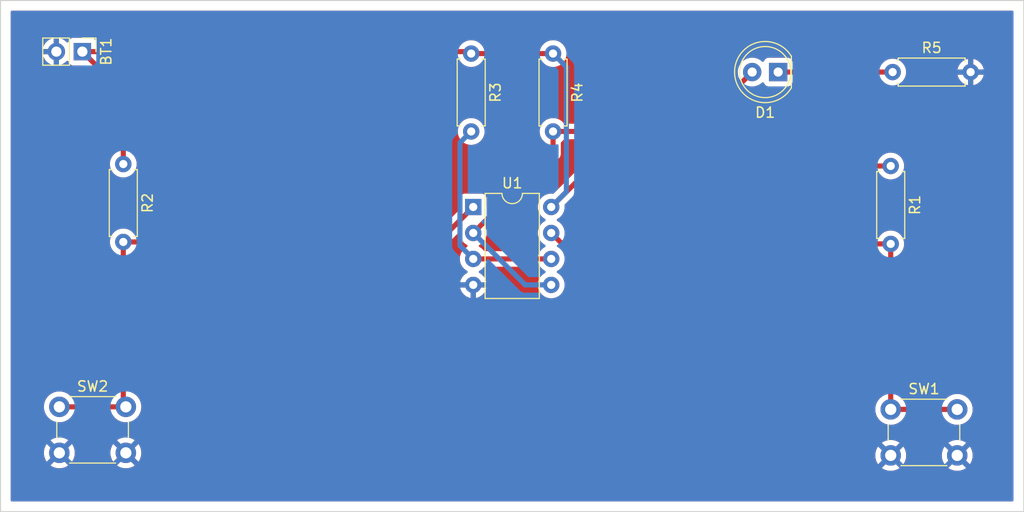
<source format=kicad_pcb>
(kicad_pcb (version 20211014) (generator pcbnew)
  (layers (0 "F.Cu" signal) (31 "B.Cu" signal) (34 "B.Paste" user) (35 "F.Paste" user) (36 "B.SilkS" user "B.Silkscreen") (37 "F.SilkS" user "F.Silkscreen") (38 "B.Mask" user) (39 "F.Mask" user) (44 "Edge.Cuts" user))
  (net 0 "")
  (net 1 "+9V")
  (net 2 "GND")
  (net 3 "Net-(D1-Pad1)")
  (net 4 "Net-(D1-Pad2)")
  (net 5 "/On_Button")
  (net 6 "/Off_Button")
  (net 7 "Net-(R3-Pad2)")
  (footprint "Resistor_THT:R_Axial_DIN0207_L6.3mm_D2.5mm_P7.62mm_Horizontal" (layer "F.Cu") (at 101 30.19 -90)
    (fp_text reference "R1" (at 3.81 -2.37 90) (layer "F.SilkS"))
    (fp_text value "10K")
    (fp_line (start 0.54 -1.04) (end 0.54 -1.37) (layer "F.SilkS") (width 0.12))
    (fp_line (start 7.08 -1.37) (end 7.08 -1.04) (layer "F.SilkS") (width 0.12))
    (fp_line (start 0.54 -1.37) (end 7.08 -1.37) (layer "F.SilkS") (width 0.12))
    (fp_line (start 0.54 1.37) (end 7.08 1.37) (layer "F.SilkS") (width 0.12))
    (fp_line (start 7.08 1.37) (end 7.08 1.04) (layer "F.SilkS") (width 0.12))
    (fp_line (start 0.54 1.04) (end 0.54 1.37) (layer "F.SilkS") (width 0.12))
    (pad "1" thru_hole circle locked (at 0 0 270) (size 1.6 1.6) (drill 0.8) (layers *.Cu *.Mask) (net 1 "+9V"))
    (pad "2" thru_hole oval locked (at 7.62 0 270) (size 1.6 1.6) (drill 0.8) (layers *.Cu *.Mask) (net 5 "/On_Button"))
  )
  (footprint "Resistor_THT:R_Axial_DIN0207_L6.3mm_D2.5mm_P7.62mm_Horizontal" (layer "F.Cu") (at 60 19.19 -90)
    (fp_text reference "R3" (at 3.81 -2.37 90) (layer "F.SilkS"))
    (fp_text value "5K")
    (fp_line (start 7.08 -1.37) (end 7.08 -1.04) (layer "F.SilkS") (width 0.12))
    (fp_line (start 0.54 1.04) (end 0.54 1.37) (layer "F.SilkS") (width 0.12))
    (fp_line (start 0.54 1.37) (end 7.08 1.37) (layer "F.SilkS") (width 0.12))
    (fp_line (start 7.08 1.37) (end 7.08 1.04) (layer "F.SilkS") (width 0.12))
    (fp_line (start 0.54 -1.04) (end 0.54 -1.37) (layer "F.SilkS") (width 0.12))
    (fp_line (start 0.54 -1.37) (end 7.08 -1.37) (layer "F.SilkS") (width 0.12))
    (pad "1" thru_hole circle locked (at 0 0 270) (size 1.6 1.6) (drill 0.8) (layers *.Cu *.Mask) (net 1 "+9V"))
    (pad "2" thru_hole oval locked (at 7.62 0 270) (size 1.6 1.6) (drill 0.8) (layers *.Cu *.Mask) (net 7 "Net-(R3-Pad2)"))
  )
  (footprint "switch_footprints:SW_PUSH_6mm" (layer "F.Cu") (at 101 54)
    (fp_text reference "SW1" (at 3.25 -2) (layer "F.SilkS"))
    (fp_text value "ON")
    (fp_line (start 6.75 3) (end 6.75 1.5) (layer "F.SilkS") (width 0.12))
    (fp_line (start 1 5.5) (end 5.5 5.5) (layer "F.SilkS") (width 0.12))
    (fp_line (start -0.25 1.5) (end -0.25 3) (layer "F.SilkS") (width 0.12))
    (fp_line (start 5.5 -1) (end 1 -1) (layer "F.SilkS") (width 0.12))
    (pad "1" thru_hole circle (at 0 0 90) (size 2 2) (drill 1.1) (layers *.Cu *.Mask) (net 5 "/On_Button"))
    (pad "2" thru_hole circle (at 6.5 0 90) (size 2 2) (drill 1.1) (layers *.Cu *.Mask) (net 5 "/On_Button"))
    (pad "3" thru_hole circle (at 0 4.5 90) (size 2 2) (drill 1.1) (layers *.Cu *.Mask) (net 2 "GND"))
    (pad "4" thru_hole circle (at 6.5 4.5 90) (size 2 2) (drill 1.1) (layers *.Cu *.Mask) (net 2 "GND"))
  )
  (footprint "switch_footprints:SW_PUSH_6mm" (layer "F.Cu") (at 19.75 53.75)
    (fp_text reference "SW2" (at 3.25 -2) (layer "F.SilkS"))
    (fp_text value "OFF")
    (fp_line (start -0.25 1.5) (end -0.25 3) (layer "F.SilkS") (width 0.12))
    (fp_line (start 5.5 -1) (end 1 -1) (layer "F.SilkS") (width 0.12))
    (fp_line (start 6.75 3) (end 6.75 1.5) (layer "F.SilkS") (width 0.12))
    (fp_line (start 1 5.5) (end 5.5 5.5) (layer "F.SilkS") (width 0.12))
    (pad "1" thru_hole circle (at 0 0 90) (size 2 2) (drill 1.1) (layers *.Cu *.Mask) (net 6 "/Off_Button"))
    (pad "2" thru_hole circle (at 6.5 0 90) (size 2 2) (drill 1.1) (layers *.Cu *.Mask) (net 6 "/Off_Button"))
    (pad "3" thru_hole circle (at 0 4.5 90) (size 2 2) (drill 1.1) (layers *.Cu *.Mask) (net 2 "GND"))
    (pad "4" thru_hole circle (at 6.5 4.5 90) (size 2 2) (drill 1.1) (layers *.Cu *.Mask) (net 2 "GND"))
  )
  (footprint "LED_THT:LED_D5.0mm" (layer "F.Cu") (at 90 21 180)
    (fp_text reference "D1" (at 1.27 -3.96) (layer "F.SilkS"))
    (fp_text value "LED")
    (fp_line (start -1.29 -1.545) (end -1.29 1.545) (layer "F.SilkS") (width 0.12))
    (fp_arc (start 4.26 -0.000462) (mid 2.072002 2.880433) (end -1.29 1.54483) (layer "F.SilkS") (width 0.12))
    (fp_arc (start -1.29 -1.54483) (mid 2.072002 -2.880433) (end 4.26 0.000462) (layer "F.SilkS") (width 0.12))
    (fp_circle (center 1.27 0) (end 3.77 0) (layer "F.SilkS") (width 0.12) (fill none))
    (pad "1" thru_hole rect locked (at 0 0 180) (size 1.8 1.8) (drill 0.9) (layers *.Cu *.Mask) (net 3 "Net-(D1-Pad1)"))
    (pad "2" thru_hole circle locked (at 2.54 0 180) (size 1.8 1.8) (drill 0.9) (layers *.Cu *.Mask) (net 4 "Net-(D1-Pad2)"))
  )
  (footprint "Resistor_THT:R_Axial_DIN0207_L6.3mm_D2.5mm_P7.62mm_Horizontal" (layer "F.Cu") (at 101.19 21)
    (fp_text reference "R5" (at 3.81 -2.37) (layer "F.SilkS"))
    (fp_text value "1K")
    (fp_line (start 0.54 1.37) (end 7.08 1.37) (layer "F.SilkS") (width 0.12))
    (fp_line (start 7.08 1.37) (end 7.08 1.04) (layer "F.SilkS") (width 0.12))
    (fp_line (start 0.54 -1.04) (end 0.54 -1.37) (layer "F.SilkS") (width 0.12))
    (fp_line (start 0.54 -1.37) (end 7.08 -1.37) (layer "F.SilkS") (width 0.12))
    (fp_line (start 7.08 -1.37) (end 7.08 -1.04) (layer "F.SilkS") (width 0.12))
    (fp_line (start 0.54 1.04) (end 0.54 1.37) (layer "F.SilkS") (width 0.12))
    (pad "1" thru_hole circle locked (at 0 0) (size 1.6 1.6) (drill 0.8) (layers *.Cu *.Mask) (net 3 "Net-(D1-Pad1)"))
    (pad "2" thru_hole oval locked (at 7.62 0) (size 1.6 1.6) (drill 0.8) (layers *.Cu *.Mask) (net 2 "GND"))
  )
  (footprint "Resistor_THT:R_Axial_DIN0207_L6.3mm_D2.5mm_P7.62mm_Horizontal" (layer "F.Cu") (at 26 30 -90)
    (fp_text reference "R2" (at 3.81 -2.37 90) (layer "F.SilkS"))
    (fp_text value "10K")
    (fp_line (start 0.54 1.04) (end 0.54 1.37) (layer "F.SilkS") (width 0.12))
    (fp_line (start 0.54 -1.04) (end 0.54 -1.37) (layer "F.SilkS") (width 0.12))
    (fp_line (start 0.54 -1.37) (end 7.08 -1.37) (layer "F.SilkS") (width 0.12))
    (fp_line (start 7.08 -1.37) (end 7.08 -1.04) (layer "F.SilkS") (width 0.12))
    (fp_line (start 7.08 1.37) (end 7.08 1.04) (layer "F.SilkS") (width 0.12))
    (fp_line (start 0.54 1.37) (end 7.08 1.37) (layer "F.SilkS") (width 0.12))
    (pad "1" thru_hole circle locked (at 0 0 270) (size 1.6 1.6) (drill 0.8) (layers *.Cu *.Mask) (net 1 "+9V"))
    (pad "2" thru_hole oval locked (at 7.62 0 270) (size 1.6 1.6) (drill 0.8) (layers *.Cu *.Mask) (net 6 "/Off_Button"))
  )
  (footprint "Package_DIP:DIP-8_W7.62mm" (layer "F.Cu") (at 60.2 34.2)
    (fp_text reference "U1" (at 3.81 -2.33) (layer "F.SilkS"))
    (fp_text value "CD40107BE")
    (fp_line (start 1.16 8.95) (end 6.46 8.95) (layer "F.SilkS") (width 0.12))
    (fp_line (start 2.81 -1.33) (end 1.16 -1.33) (layer "F.SilkS") (width 0.12))
    (fp_line (start 1.16 -1.33) (end 1.16 8.95) (layer "F.SilkS") (width 0.12))
    (fp_line (start 6.46 -1.33) (end 4.81 -1.33) (layer "F.SilkS") (width 0.12))
    (fp_line (start 6.46 8.95) (end 6.46 -1.33) (layer "F.SilkS") (width 0.12))
    (fp_arc (start 4.81 -1.33) (mid 3.81 -0.33) (end 2.81 -1.33) (layer "F.SilkS") (width 0.12))
    (pad "1" thru_hole rect locked (at 0 0) (size 1.6 1.6) (drill 0.8) (layers *.Cu *.Mask) (net 6 "/Off_Button"))
    (pad "2" thru_hole oval locked (at 0 2.54) (size 1.6 1.6) (drill 0.8) (layers *.Cu *.Mask) (net 4 "Net-(D1-Pad2)"))
    (pad "3" thru_hole oval locked (at 0 5.08) (size 1.6 1.6) (drill 0.8) (layers *.Cu *.Mask) (net 7 "Net-(R3-Pad2)"))
    (pad "4" thru_hole oval locked (at 0 7.62) (size 1.6 1.6) (drill 0.8) (layers *.Cu *.Mask) (net 2 "GND"))
    (pad "5" thru_hole oval locked (at 7.62 7.62) (size 1.6 1.6) (drill 0.8) (layers *.Cu *.Mask) (net 4 "Net-(D1-Pad2)"))
    (pad "6" thru_hole oval locked (at 7.62 5.08) (size 1.6 1.6) (drill 0.8) (layers *.Cu *.Mask) (net 7 "Net-(R3-Pad2)"))
    (pad "7" thru_hole oval locked (at 7.62 2.54) (size 1.6 1.6) (drill 0.8) (layers *.Cu *.Mask) (net 5 "/On_Button"))
    (pad "8" thru_hole oval locked (at 7.62 0) (size 1.6 1.6) (drill 0.8) (layers *.Cu *.Mask) (net 1 "+9V"))
  )
  (footprint "Connector_PinHeader_2.54mm:PinHeader_1x02_P2.54mm_Vertical" (layer "F.Cu") (at 22 19 -90)
    (fp_text reference "BT1" (at 0 -2.33 90) (layer "F.SilkS"))
    (fp_text value "Battery")
    (fp_line (start 1.33 1.27) (end 1.33 3.87) (layer "F.SilkS") (width 0.12))
    (fp_line (start -1.33 1.27) (end 1.33 1.27) (layer "F.SilkS") (width 0.12))
    (fp_line (start -1.33 0) (end -1.33 -1.33) (layer "F.SilkS") (width 0.12))
    (fp_line (start -1.33 1.27) (end -1.33 3.87) (layer "F.SilkS") (width 0.12))
    (fp_line (start -1.33 -1.33) (end 0 -1.33) (layer "F.SilkS") (width 0.12))
    (fp_line (start -1.33 3.87) (end 1.33 3.87) (layer "F.SilkS") (width 0.12))
    (pad "1" thru_hole rect locked (at 0 0 270) (size 1.7 1.7) (drill 1) (layers *.Cu *.Mask) (net 1 "+9V"))
    (pad "2" thru_hole oval locked (at 0 2.54 270) (size 1.7 1.7) (drill 1) (layers *.Cu *.Mask) (net 2 "GND"))
  )
  (footprint "Resistor_THT:R_Axial_DIN0207_L6.3mm_D2.5mm_P7.62mm_Horizontal" (layer "F.Cu") (at 68 19.19 -90)
    (fp_text reference "R4" (at 3.81 -2.37 90) (layer "F.SilkS"))
    (fp_text value "5K")
    (fp_line (start 0.54 -1.04) (end 0.54 -1.37) (layer "F.SilkS") (width 0.12))
    (fp_line (start 0.54 -1.37) (end 7.08 -1.37) (layer "F.SilkS") (width 0.12))
    (fp_line (start 7.08 1.37) (end 7.08 1.04) (layer "F.SilkS") (width 0.12))
    (fp_line (start 7.08 -1.37) (end 7.08 -1.04) (layer "F.SilkS") (width 0.12))
    (fp_line (start 0.54 1.04) (end 0.54 1.37) (layer "F.SilkS") (width 0.12))
    (fp_line (start 0.54 1.37) (end 7.08 1.37) (layer "F.SilkS") (width 0.12))
    (pad "1" thru_hole circle locked (at 0 0 270) (size 1.6 1.6) (drill 0.8) (layers *.Cu *.Mask) (net 1 "+9V"))
    (pad "2" thru_hole oval locked (at 7.62 0 270) (size 1.6 1.6) (drill 0.8) (layers *.Cu *.Mask) (net 4 "Net-(D1-Pad2)"))
  )
  (gr_rect (start 14 14) (end 114 64) (layer "Edge.Cuts") (width 0.1) (fill none))
  (segment (start 26 30) (end 26 23) (width 0.5) (layer "F.Cu") (net 1))
  (segment (start 59.81 19) (end 60 19.19) (width 0.5) (layer "F.Cu") (net 1))
  (segment (start 71.83 30.19) (end 67.82 34.2) (width 0.5) (layer "F.Cu") (net 1))
  (segment (start 101 30.19) (end 71.83 30.19) (width 0.5) (layer "F.Cu") (net 1))
  (segment (start 22 19) (end 59.81 19) (width 0.5) (layer "F.Cu") (net 1))
  (segment (start 26 23) (end 22 19) (width 0.5) (layer "F.Cu") (net 1))
  (segment (start 60 19.19) (end 68 19.19) (width 0.5) (layer "F.Cu") (net 1))
  (segment (start 69.299511 20.489511) (end 69.299511 32.720489) (width 0.5) (layer "B.Cu") (net 1))
  (segment (start 69.299511 32.720489) (end 67.82 34.2) (width 0.5) (layer "B.Cu") (net 1))
  (segment (start 68 19.19) (end 69.299511 20.489511) (width 0.5) (layer "B.Cu") (net 1))
  (segment (start 90 21) (end 101.19 21) (width 0.5) (layer "F.Cu") (net 3))
  (segment (start 68 26.81) (end 81.65 26.81) (width 0.5) (layer "F.Cu") (net 4))
  (segment (start 68 28.94) (end 60.2 36.74) (width 0.5) (layer "F.Cu") (net 4))
  (segment (start 68 26.81) (end 68 28.94) (width 0.5) (layer "F.Cu") (net 4))
  (segment (start 81.65 26.81) (end 87.46 21) (width 0.5) (layer "F.Cu") (net 4))
  (segment (start 67.82 41.82) (end 65.28 41.82) (width 0.5) (layer "B.Cu") (net 4))
  (segment (start 65.28 41.82) (end 60.2 36.74) (width 0.5) (layer "B.Cu") (net 4))
  (segment (start 101 37.81) (end 68.89 37.81) (width 0.5) (layer "F.Cu") (net 5))
  (segment (start 101 54) (end 107.5 54) (width 0.5) (layer "F.Cu") (net 5))
  (segment (start 101 37.81) (end 101 54) (width 0.5) (layer "F.Cu") (net 5))
  (segment (start 68.89 37.81) (end 67.82 36.74) (width 0.5) (layer "F.Cu") (net 5))
  (segment (start 56.78 37.62) (end 60.2 34.2) (width 0.5) (layer "F.Cu") (net 6))
  (segment (start 26.25 53.75) (end 19.75 53.75) (width 0.5) (layer "F.Cu") (net 6))
  (segment (start 26 53.5) (end 26.25 53.75) (width 0.5) (layer "F.Cu") (net 6))
  (segment (start 26 37.62) (end 56.78 37.62) (width 0.5) (layer "F.Cu") (net 6))
  (segment (start 26 37.62) (end 26 53.5) (width 0.5) (layer "F.Cu") (net 6))
  (segment (start 67.82 39.28) (end 60.2 39.28) (width 0.5) (layer "F.Cu") (net 7))
  (segment (start 60.2 39.28) (end 58.900489 37.980489) (width 0.5) (layer "B.Cu") (net 7))
  (segment (start 58.900489 37.980489) (end 58.900489 27.909511) (width 0.5) (layer "B.Cu") (net 7))
  (segment (start 58.900489 27.909511) (end 60 26.81) (width 0.5) (layer "B.Cu") (net 7))
  (zone (net 2) (net_name "GND") (layer "F.Cu") (connect_pads (clearance 0.508)) (min_thickness 0.254) (fill yes (thermal_gap 0.508) (thermal_bridge_width 0.508))
    (polygon (pts (xy 113 63) (xy 15 63) (xy 15 15) (xy 113 15)))
  )
  (zone (net 2) (net_name "GND") (layer "B.Cu") (connect_pads (clearance 0.508)) (min_thickness 0.254) (fill yes (thermal_gap 0.508) (thermal_bridge_width 0.508))
    (polygon (pts (xy 113 63) (xy 15 63) (xy 15 15) (xy 113 15)))
  )
)
</source>
